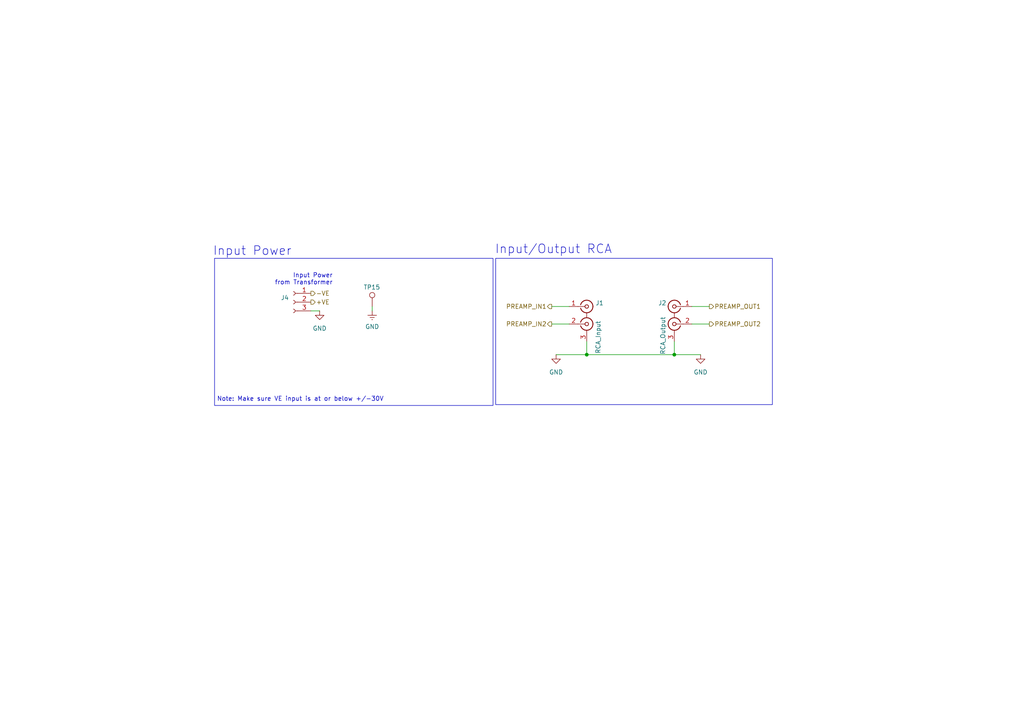
<source format=kicad_sch>
(kicad_sch
	(version 20231120)
	(generator "eeschema")
	(generator_version "8.0")
	(uuid "90c02b77-1804-4221-b0d1-8bc86c1c6f1f")
	(paper "A4")
	(title_block
		(title "Preamp Interfaces")
		(rev "v1")
		(comment 1 "Karl Strålman")
	)
	(lib_symbols
		(symbol "Connector:Conn_01x03_Socket"
			(pin_names
				(offset 1.016) hide)
			(exclude_from_sim no)
			(in_bom yes)
			(on_board yes)
			(property "Reference" "J"
				(at 0 5.08 0)
				(effects
					(font
						(size 1.27 1.27)
					)
				)
			)
			(property "Value" "Conn_01x03_Socket"
				(at 0 -5.08 0)
				(effects
					(font
						(size 1.27 1.27)
					)
				)
			)
			(property "Footprint" ""
				(at 0 0 0)
				(effects
					(font
						(size 1.27 1.27)
					)
					(hide yes)
				)
			)
			(property "Datasheet" "~"
				(at 0 0 0)
				(effects
					(font
						(size 1.27 1.27)
					)
					(hide yes)
				)
			)
			(property "Description" "Generic connector, single row, 01x03, script generated"
				(at 0 0 0)
				(effects
					(font
						(size 1.27 1.27)
					)
					(hide yes)
				)
			)
			(property "ki_locked" ""
				(at 0 0 0)
				(effects
					(font
						(size 1.27 1.27)
					)
				)
			)
			(property "ki_keywords" "connector"
				(at 0 0 0)
				(effects
					(font
						(size 1.27 1.27)
					)
					(hide yes)
				)
			)
			(property "ki_fp_filters" "Connector*:*_1x??_*"
				(at 0 0 0)
				(effects
					(font
						(size 1.27 1.27)
					)
					(hide yes)
				)
			)
			(symbol "Conn_01x03_Socket_1_1"
				(arc
					(start 0 -2.032)
					(mid -0.5058 -2.54)
					(end 0 -3.048)
					(stroke
						(width 0.1524)
						(type default)
					)
					(fill
						(type none)
					)
				)
				(polyline
					(pts
						(xy -1.27 -2.54) (xy -0.508 -2.54)
					)
					(stroke
						(width 0.1524)
						(type default)
					)
					(fill
						(type none)
					)
				)
				(polyline
					(pts
						(xy -1.27 0) (xy -0.508 0)
					)
					(stroke
						(width 0.1524)
						(type default)
					)
					(fill
						(type none)
					)
				)
				(polyline
					(pts
						(xy -1.27 2.54) (xy -0.508 2.54)
					)
					(stroke
						(width 0.1524)
						(type default)
					)
					(fill
						(type none)
					)
				)
				(arc
					(start 0 0.508)
					(mid -0.5058 0)
					(end 0 -0.508)
					(stroke
						(width 0.1524)
						(type default)
					)
					(fill
						(type none)
					)
				)
				(arc
					(start 0 3.048)
					(mid -0.5058 2.54)
					(end 0 2.032)
					(stroke
						(width 0.1524)
						(type default)
					)
					(fill
						(type none)
					)
				)
				(pin passive line
					(at -5.08 2.54 0)
					(length 3.81)
					(name "Pin_1"
						(effects
							(font
								(size 1.27 1.27)
							)
						)
					)
					(number "1"
						(effects
							(font
								(size 1.27 1.27)
							)
						)
					)
				)
				(pin passive line
					(at -5.08 0 0)
					(length 3.81)
					(name "Pin_2"
						(effects
							(font
								(size 1.27 1.27)
							)
						)
					)
					(number "2"
						(effects
							(font
								(size 1.27 1.27)
							)
						)
					)
				)
				(pin passive line
					(at -5.08 -2.54 0)
					(length 3.81)
					(name "Pin_3"
						(effects
							(font
								(size 1.27 1.27)
							)
						)
					)
					(number "3"
						(effects
							(font
								(size 1.27 1.27)
							)
						)
					)
				)
			)
		)
		(symbol "Connector:Conn_Coaxial_x2"
			(pin_names
				(offset 1.016) hide)
			(exclude_from_sim no)
			(in_bom yes)
			(on_board yes)
			(property "Reference" "J"
				(at 0 5.715 0)
				(effects
					(font
						(size 1.27 1.27)
					)
				)
			)
			(property "Value" "Conn_Coaxial_x2"
				(at 2.921 0 90)
				(effects
					(font
						(size 1.27 1.27)
					)
				)
			)
			(property "Footprint" ""
				(at 0 -2.54 0)
				(effects
					(font
						(size 1.27 1.27)
					)
					(hide yes)
				)
			)
			(property "Datasheet" "~"
				(at 0 -2.54 0)
				(effects
					(font
						(size 1.27 1.27)
					)
					(hide yes)
				)
			)
			(property "Description" "double coaxial connector (BNC, SMA, SMB, SMC, Cinch/RCA, LEMO, ...)"
				(at 0 0 0)
				(effects
					(font
						(size 1.27 1.27)
					)
					(hide yes)
				)
			)
			(property "ki_keywords" "BNC SMA SMB SMC LEMO coaxial connector CINCH RCA"
				(at 0 0 0)
				(effects
					(font
						(size 1.27 1.27)
					)
					(hide yes)
				)
			)
			(property "ki_fp_filters" "*BNC* *SMA* *SMB* *SMC* *Cinch* *LEMO*"
				(at 0 0 0)
				(effects
					(font
						(size 1.27 1.27)
					)
					(hide yes)
				)
			)
			(symbol "Conn_Coaxial_x2_0_1"
				(arc
					(start -1.778 -3.048)
					(mid 0.2311 -4.3466)
					(end 1.778 -2.54)
					(stroke
						(width 0.254)
						(type default)
					)
					(fill
						(type none)
					)
				)
				(arc
					(start -1.778 2.032)
					(mid 0.2311 0.7334)
					(end 1.778 2.54)
					(stroke
						(width 0.254)
						(type default)
					)
					(fill
						(type none)
					)
				)
				(circle
					(center 0 -2.54)
					(radius 0.508)
					(stroke
						(width 0.2032)
						(type default)
					)
					(fill
						(type none)
					)
				)
				(polyline
					(pts
						(xy -2.54 -2.54) (xy -0.508 -2.54)
					)
					(stroke
						(width 0)
						(type default)
					)
					(fill
						(type none)
					)
				)
				(polyline
					(pts
						(xy -2.54 2.54) (xy -0.508 2.54)
					)
					(stroke
						(width 0)
						(type default)
					)
					(fill
						(type none)
					)
				)
				(polyline
					(pts
						(xy 0 -5.08) (xy 0 -4.318)
					)
					(stroke
						(width 0)
						(type default)
					)
					(fill
						(type none)
					)
				)
				(polyline
					(pts
						(xy 0 0.762) (xy 0 -0.635)
					)
					(stroke
						(width 0)
						(type default)
					)
					(fill
						(type none)
					)
				)
				(circle
					(center 0 2.54)
					(radius 0.508)
					(stroke
						(width 0.2032)
						(type default)
					)
					(fill
						(type none)
					)
				)
				(arc
					(start 1.778 -2.54)
					(mid 0.2099 -0.7299)
					(end -1.778 -2.032)
					(stroke
						(width 0.254)
						(type default)
					)
					(fill
						(type none)
					)
				)
				(arc
					(start 1.778 2.54)
					(mid 0.2099 4.3501)
					(end -1.778 3.048)
					(stroke
						(width 0.254)
						(type default)
					)
					(fill
						(type none)
					)
				)
			)
			(symbol "Conn_Coaxial_x2_1_1"
				(pin passive line
					(at -5.08 2.54 0)
					(length 2.54)
					(name "IN1"
						(effects
							(font
								(size 1.27 1.27)
							)
						)
					)
					(number "1"
						(effects
							(font
								(size 1.27 1.27)
							)
						)
					)
				)
				(pin passive line
					(at -5.08 -2.54 0)
					(length 2.54)
					(name "IN2"
						(effects
							(font
								(size 1.27 1.27)
							)
						)
					)
					(number "2"
						(effects
							(font
								(size 1.27 1.27)
							)
						)
					)
				)
				(pin passive line
					(at 0 -7.62 90)
					(length 2.54)
					(name "EXT"
						(effects
							(font
								(size 1.27 1.27)
							)
						)
					)
					(number "3"
						(effects
							(font
								(size 1.27 1.27)
							)
						)
					)
				)
			)
		)
		(symbol "Connector:TestPoint"
			(pin_numbers hide)
			(pin_names
				(offset 0.762) hide)
			(exclude_from_sim no)
			(in_bom yes)
			(on_board yes)
			(property "Reference" "TP"
				(at 0 6.858 0)
				(effects
					(font
						(size 1.27 1.27)
					)
				)
			)
			(property "Value" "TestPoint"
				(at 0 5.08 0)
				(effects
					(font
						(size 1.27 1.27)
					)
				)
			)
			(property "Footprint" ""
				(at 5.08 0 0)
				(effects
					(font
						(size 1.27 1.27)
					)
					(hide yes)
				)
			)
			(property "Datasheet" "~"
				(at 5.08 0 0)
				(effects
					(font
						(size 1.27 1.27)
					)
					(hide yes)
				)
			)
			(property "Description" "test point"
				(at 0 0 0)
				(effects
					(font
						(size 1.27 1.27)
					)
					(hide yes)
				)
			)
			(property "ki_keywords" "test point tp"
				(at 0 0 0)
				(effects
					(font
						(size 1.27 1.27)
					)
					(hide yes)
				)
			)
			(property "ki_fp_filters" "Pin* Test*"
				(at 0 0 0)
				(effects
					(font
						(size 1.27 1.27)
					)
					(hide yes)
				)
			)
			(symbol "TestPoint_0_1"
				(circle
					(center 0 3.302)
					(radius 0.762)
					(stroke
						(width 0)
						(type default)
					)
					(fill
						(type none)
					)
				)
			)
			(symbol "TestPoint_1_1"
				(pin passive line
					(at 0 0 90)
					(length 2.54)
					(name "1"
						(effects
							(font
								(size 1.27 1.27)
							)
						)
					)
					(number "1"
						(effects
							(font
								(size 1.27 1.27)
							)
						)
					)
				)
			)
		)
		(symbol "power:Earth"
			(power)
			(pin_numbers hide)
			(pin_names
				(offset 0) hide)
			(exclude_from_sim no)
			(in_bom yes)
			(on_board yes)
			(property "Reference" "#PWR"
				(at 0 -6.35 0)
				(effects
					(font
						(size 1.27 1.27)
					)
					(hide yes)
				)
			)
			(property "Value" "Earth"
				(at 0 -3.81 0)
				(effects
					(font
						(size 1.27 1.27)
					)
				)
			)
			(property "Footprint" ""
				(at 0 0 0)
				(effects
					(font
						(size 1.27 1.27)
					)
					(hide yes)
				)
			)
			(property "Datasheet" "~"
				(at 0 0 0)
				(effects
					(font
						(size 1.27 1.27)
					)
					(hide yes)
				)
			)
			(property "Description" "Power symbol creates a global label with name \"Earth\""
				(at 0 0 0)
				(effects
					(font
						(size 1.27 1.27)
					)
					(hide yes)
				)
			)
			(property "ki_keywords" "global ground gnd"
				(at 0 0 0)
				(effects
					(font
						(size 1.27 1.27)
					)
					(hide yes)
				)
			)
			(symbol "Earth_0_1"
				(polyline
					(pts
						(xy -0.635 -1.905) (xy 0.635 -1.905)
					)
					(stroke
						(width 0)
						(type default)
					)
					(fill
						(type none)
					)
				)
				(polyline
					(pts
						(xy -0.127 -2.54) (xy 0.127 -2.54)
					)
					(stroke
						(width 0)
						(type default)
					)
					(fill
						(type none)
					)
				)
				(polyline
					(pts
						(xy 0 -1.27) (xy 0 0)
					)
					(stroke
						(width 0)
						(type default)
					)
					(fill
						(type none)
					)
				)
				(polyline
					(pts
						(xy 1.27 -1.27) (xy -1.27 -1.27)
					)
					(stroke
						(width 0)
						(type default)
					)
					(fill
						(type none)
					)
				)
			)
			(symbol "Earth_1_1"
				(pin power_in line
					(at 0 0 270)
					(length 0)
					(name "~"
						(effects
							(font
								(size 1.27 1.27)
							)
						)
					)
					(number "1"
						(effects
							(font
								(size 1.27 1.27)
							)
						)
					)
				)
			)
		)
		(symbol "power:GND"
			(power)
			(pin_numbers hide)
			(pin_names
				(offset 0) hide)
			(exclude_from_sim no)
			(in_bom yes)
			(on_board yes)
			(property "Reference" "#PWR"
				(at 0 -6.35 0)
				(effects
					(font
						(size 1.27 1.27)
					)
					(hide yes)
				)
			)
			(property "Value" "GND"
				(at 0 -3.81 0)
				(effects
					(font
						(size 1.27 1.27)
					)
				)
			)
			(property "Footprint" ""
				(at 0 0 0)
				(effects
					(font
						(size 1.27 1.27)
					)
					(hide yes)
				)
			)
			(property "Datasheet" ""
				(at 0 0 0)
				(effects
					(font
						(size 1.27 1.27)
					)
					(hide yes)
				)
			)
			(property "Description" "Power symbol creates a global label with name \"GND\" , ground"
				(at 0 0 0)
				(effects
					(font
						(size 1.27 1.27)
					)
					(hide yes)
				)
			)
			(property "ki_keywords" "global power"
				(at 0 0 0)
				(effects
					(font
						(size 1.27 1.27)
					)
					(hide yes)
				)
			)
			(symbol "GND_0_1"
				(polyline
					(pts
						(xy 0 0) (xy 0 -1.27) (xy 1.27 -1.27) (xy 0 -2.54) (xy -1.27 -1.27) (xy 0 -1.27)
					)
					(stroke
						(width 0)
						(type default)
					)
					(fill
						(type none)
					)
				)
			)
			(symbol "GND_1_1"
				(pin power_in line
					(at 0 0 270)
					(length 0)
					(name "~"
						(effects
							(font
								(size 1.27 1.27)
							)
						)
					)
					(number "1"
						(effects
							(font
								(size 1.27 1.27)
							)
						)
					)
				)
			)
		)
	)
	(junction
		(at 195.58 102.87)
		(diameter 0)
		(color 0 0 0 0)
		(uuid "06e9d509-7ef9-463c-9f06-4eac6535d6a7")
	)
	(junction
		(at 170.18 102.87)
		(diameter 0)
		(color 0 0 0 0)
		(uuid "b83b0dd6-c04f-49c1-b7c2-2599970ab00f")
	)
	(wire
		(pts
			(xy 161.29 102.87) (xy 170.18 102.87)
		)
		(stroke
			(width 0)
			(type default)
		)
		(uuid "20c06340-e8d3-4f9e-9a67-c2f3f62d3b3a")
	)
	(wire
		(pts
			(xy 200.66 93.98) (xy 205.74 93.98)
		)
		(stroke
			(width 0)
			(type default)
		)
		(uuid "2ad8ee69-c760-460c-bb4a-76c1967c4c55")
	)
	(wire
		(pts
			(xy 90.17 90.17) (xy 92.71 90.17)
		)
		(stroke
			(width 0)
			(type default)
		)
		(uuid "644799d0-353e-446c-869b-9f1c2410bc96")
	)
	(wire
		(pts
			(xy 195.58 102.87) (xy 203.2 102.87)
		)
		(stroke
			(width 0)
			(type default)
		)
		(uuid "8c139509-4cf3-4710-840d-98ba754a10ae")
	)
	(wire
		(pts
			(xy 160.02 93.98) (xy 165.1 93.98)
		)
		(stroke
			(width 0)
			(type default)
		)
		(uuid "9c7d860d-57c1-468b-9c36-85059db7d64d")
	)
	(wire
		(pts
			(xy 170.18 99.06) (xy 170.18 102.87)
		)
		(stroke
			(width 0)
			(type default)
		)
		(uuid "ad707272-3525-49bf-b645-f699e87d41d1")
	)
	(wire
		(pts
			(xy 195.58 102.87) (xy 195.58 99.06)
		)
		(stroke
			(width 0)
			(type default)
		)
		(uuid "c12d044b-62b0-490e-b90b-58d197e91e7b")
	)
	(wire
		(pts
			(xy 107.95 88.9) (xy 107.95 90.17)
		)
		(stroke
			(width 0)
			(type default)
		)
		(uuid "d82094ab-b646-4865-be04-b81cb590e12a")
	)
	(wire
		(pts
			(xy 170.18 102.87) (xy 195.58 102.87)
		)
		(stroke
			(width 0)
			(type default)
		)
		(uuid "f542df5a-67be-4981-84c5-0bf9f00e2729")
	)
	(wire
		(pts
			(xy 200.66 88.9) (xy 205.74 88.9)
		)
		(stroke
			(width 0)
			(type default)
		)
		(uuid "f61c767e-364a-4061-b153-62209b8072fa")
	)
	(wire
		(pts
			(xy 160.02 88.9) (xy 165.1 88.9)
		)
		(stroke
			(width 0)
			(type default)
		)
		(uuid "fcc0ad0c-ed9a-45cc-8e8e-55731c51dc7c")
	)
	(rectangle
		(start 62.23 74.93)
		(end 143.002 117.602)
		(stroke
			(width 0)
			(type default)
		)
		(fill
			(type none)
		)
		(uuid 33b7903a-2760-4d2c-b6d4-dc356c7be9b4)
	)
	(rectangle
		(start 143.764 74.93)
		(end 224.028 117.348)
		(stroke
			(width 0)
			(type default)
		)
		(fill
			(type none)
		)
		(uuid 7d179568-402e-4b4d-935b-4dc093f8f15b)
	)
	(text "Input Power"
		(exclude_from_sim no)
		(at 61.722 72.898 0)
		(effects
			(font
				(size 2.54 2.54)
			)
			(justify left)
		)
		(uuid "66e112f2-ba95-4069-9581-084f4c9fbd6d")
	)
	(text "Input Power\nfrom Transformer"
		(exclude_from_sim no)
		(at 96.52 81.026 0)
		(effects
			(font
				(size 1.27 1.27)
			)
			(justify right)
		)
		(uuid "7a04b8ac-f832-4936-90f4-461d6adafa81")
	)
	(text "Note: Make sure VE input is at or below +/-30V"
		(exclude_from_sim no)
		(at 87.122 115.824 0)
		(effects
			(font
				(size 1.27 1.27)
			)
		)
		(uuid "dee87c69-9377-4fe6-b115-a8828577ef61")
	)
	(text "Input/Output RCA"
		(exclude_from_sim no)
		(at 143.51 72.39 0)
		(effects
			(font
				(size 2.54 2.54)
			)
			(justify left)
		)
		(uuid "eb723269-e1bb-4512-92cc-9683aba38dc9")
	)
	(hierarchical_label "PREAMP_OUT1"
		(shape output)
		(at 205.74 88.9 0)
		(fields_autoplaced yes)
		(effects
			(font
				(size 1.27 1.27)
			)
			(justify left)
		)
		(uuid "26258663-995f-460e-9863-74a42e767bb9")
	)
	(hierarchical_label "PREAMP_OUT2"
		(shape output)
		(at 205.74 93.98 0)
		(fields_autoplaced yes)
		(effects
			(font
				(size 1.27 1.27)
			)
			(justify left)
		)
		(uuid "5554593a-213e-4fa6-be3e-0253a286a113")
	)
	(hierarchical_label "PREAMP_IN1"
		(shape output)
		(at 160.02 88.9 180)
		(fields_autoplaced yes)
		(effects
			(font
				(size 1.27 1.27)
			)
			(justify right)
		)
		(uuid "6576d75f-fc2c-4d4e-81d6-4e234b23e65e")
	)
	(hierarchical_label "+VE"
		(shape output)
		(at 90.17 87.63 0)
		(fields_autoplaced yes)
		(effects
			(font
				(size 1.27 1.27)
			)
			(justify left)
		)
		(uuid "66235aa0-946c-4691-9e51-af4a08507f59")
	)
	(hierarchical_label "-VE"
		(shape output)
		(at 90.17 85.09 0)
		(fields_autoplaced yes)
		(effects
			(font
				(size 1.27 1.27)
			)
			(justify left)
		)
		(uuid "c7ccd2b0-d815-4c9d-89fc-dc2c1f6c0ea7")
	)
	(hierarchical_label "PREAMP_IN2"
		(shape output)
		(at 160.02 93.98 180)
		(fields_autoplaced yes)
		(effects
			(font
				(size 1.27 1.27)
			)
			(justify right)
		)
		(uuid "e243f869-eec3-4431-b730-152f6a1260ab")
	)
	(symbol
		(lib_id "power:GND")
		(at 161.29 102.87 0)
		(unit 1)
		(exclude_from_sim no)
		(in_bom yes)
		(on_board yes)
		(dnp no)
		(fields_autoplaced yes)
		(uuid "21845e04-0c1e-46d2-903b-7b4a891241dd")
		(property "Reference" "#PWR010"
			(at 161.29 109.22 0)
			(effects
				(font
					(size 1.27 1.27)
				)
				(hide yes)
			)
		)
		(property "Value" "GND"
			(at 161.29 107.95 0)
			(effects
				(font
					(size 1.27 1.27)
				)
			)
		)
		(property "Footprint" ""
			(at 161.29 102.87 0)
			(effects
				(font
					(size 1.27 1.27)
				)
				(hide yes)
			)
		)
		(property "Datasheet" ""
			(at 161.29 102.87 0)
			(effects
				(font
					(size 1.27 1.27)
				)
				(hide yes)
			)
		)
		(property "Description" "Power symbol creates a global label with name \"GND\" , ground"
			(at 161.29 102.87 0)
			(effects
				(font
					(size 1.27 1.27)
				)
				(hide yes)
			)
		)
		(pin "1"
			(uuid "64567cdf-9523-461d-9560-30947f5c32c4")
		)
		(instances
			(project "riaa_preamp"
				(path "/752fb79e-9761-444d-aeb7-c2757f987636/b15bc078-4676-4a6d-a38b-51a732ab2409"
					(reference "#PWR010")
					(unit 1)
				)
			)
		)
	)
	(symbol
		(lib_id "Connector:Conn_Coaxial_x2")
		(at 170.18 91.44 0)
		(unit 1)
		(exclude_from_sim no)
		(in_bom yes)
		(on_board yes)
		(dnp no)
		(uuid "46429460-5c6b-486b-9865-4f213e7391ab")
		(property "Reference" "J1"
			(at 172.72 87.884 0)
			(effects
				(font
					(size 1.27 1.27)
				)
				(justify left)
			)
		)
		(property "Value" "RCA_Input"
			(at 173.482 102.616 90)
			(effects
				(font
					(size 1.27 1.27)
				)
				(justify left)
			)
		)
		(property "Footprint" "Connector_RCA:RCJ-01_Stereo"
			(at 170.18 93.98 0)
			(effects
				(font
					(size 1.27 1.27)
				)
				(hide yes)
			)
		)
		(property "Datasheet" "~"
			(at 170.18 93.98 0)
			(effects
				(font
					(size 1.27 1.27)
				)
				(hide yes)
			)
		)
		(property "Description" "double coaxial connector (BNC, SMA, SMB, SMC, Cinch/RCA, LEMO, ...)"
			(at 170.18 91.44 0)
			(effects
				(font
					(size 1.27 1.27)
				)
				(hide yes)
			)
		)
		(pin "2"
			(uuid "0478c4b9-33db-4184-af7d-1e22cc34c06b")
		)
		(pin "3"
			(uuid "dc7c90cf-94ee-4fc5-b94b-f749ae560428")
		)
		(pin "1"
			(uuid "59d0e0d1-0a61-4056-b04e-5ef327e72734")
		)
		(instances
			(project ""
				(path "/752fb79e-9761-444d-aeb7-c2757f987636/b15bc078-4676-4a6d-a38b-51a732ab2409"
					(reference "J1")
					(unit 1)
				)
			)
		)
	)
	(symbol
		(lib_id "Connector:Conn_Coaxial_x2")
		(at 195.58 91.44 0)
		(mirror y)
		(unit 1)
		(exclude_from_sim no)
		(in_bom yes)
		(on_board yes)
		(dnp no)
		(uuid "5d3c1c57-6f01-4631-8815-6fe1fea63bac")
		(property "Reference" "J2"
			(at 193.294 87.884 0)
			(effects
				(font
					(size 1.27 1.27)
				)
				(justify left)
			)
		)
		(property "Value" "RCA_Output"
			(at 192.278 102.87 90)
			(effects
				(font
					(size 1.27 1.27)
				)
				(justify left)
			)
		)
		(property "Footprint" "Connector_RCA:RCJ-01_Stereo"
			(at 195.58 93.98 0)
			(effects
				(font
					(size 1.27 1.27)
				)
				(hide yes)
			)
		)
		(property "Datasheet" "~"
			(at 195.58 93.98 0)
			(effects
				(font
					(size 1.27 1.27)
				)
				(hide yes)
			)
		)
		(property "Description" "double coaxial connector (BNC, SMA, SMB, SMC, Cinch/RCA, LEMO, ...)"
			(at 195.58 91.44 0)
			(effects
				(font
					(size 1.27 1.27)
				)
				(hide yes)
			)
		)
		(pin "2"
			(uuid "f82406d0-abb9-40af-b2cb-df347db7e4d2")
		)
		(pin "3"
			(uuid "144364e9-2943-4795-8feb-d274aa332b66")
		)
		(pin "1"
			(uuid "c43089cb-dd69-4bf0-b7ce-210199b33a6b")
		)
		(instances
			(project "riaa_preamp"
				(path "/752fb79e-9761-444d-aeb7-c2757f987636/b15bc078-4676-4a6d-a38b-51a732ab2409"
					(reference "J2")
					(unit 1)
				)
			)
		)
	)
	(symbol
		(lib_id "Connector:TestPoint")
		(at 107.95 88.9 0)
		(unit 1)
		(exclude_from_sim yes)
		(in_bom no)
		(on_board yes)
		(dnp no)
		(uuid "5f6fc832-9f5c-4ff0-92ea-7b8b05b36275")
		(property "Reference" "TP15"
			(at 105.41 83.312 0)
			(effects
				(font
					(size 1.27 1.27)
				)
				(justify left)
			)
		)
		(property "Value" "TestPoint"
			(at 110.49 86.8679 0)
			(effects
				(font
					(size 1.27 1.27)
				)
				(justify left)
				(hide yes)
			)
		)
		(property "Footprint" "TestPoint:TestPoint_THTPad_1.0x1.0mm_Drill0.5mm"
			(at 113.03 88.9 0)
			(effects
				(font
					(size 1.27 1.27)
				)
				(hide yes)
			)
		)
		(property "Datasheet" "~"
			(at 113.03 88.9 0)
			(effects
				(font
					(size 1.27 1.27)
				)
				(hide yes)
			)
		)
		(property "Description" "test point"
			(at 107.95 88.9 0)
			(effects
				(font
					(size 1.27 1.27)
				)
				(hide yes)
			)
		)
		(property "Manufacturer Part Number 1" ""
			(at 107.95 88.9 0)
			(effects
				(font
					(size 1.27 1.27)
				)
				(hide yes)
			)
		)
		(property "Manufacturer 1" ""
			(at 107.95 88.9 0)
			(effects
				(font
					(size 1.27 1.27)
				)
				(hide yes)
			)
		)
		(property "JLC" ""
			(at 107.95 88.9 0)
			(effects
				(font
					(size 1.27 1.27)
				)
				(hide yes)
			)
		)
		(pin "1"
			(uuid "2113ea8b-ac5a-4ed0-bb2e-7218adf84eb6")
		)
		(instances
			(project "riaa_preamp"
				(path "/752fb79e-9761-444d-aeb7-c2757f987636/b15bc078-4676-4a6d-a38b-51a732ab2409"
					(reference "TP15")
					(unit 1)
				)
			)
		)
	)
	(symbol
		(lib_id "Connector:Conn_01x03_Socket")
		(at 85.09 87.63 0)
		(mirror y)
		(unit 1)
		(exclude_from_sim no)
		(in_bom yes)
		(on_board yes)
		(dnp no)
		(uuid "79d122ac-fe25-4a70-9f98-8ee658fc08ca")
		(property "Reference" "J4"
			(at 83.82 86.3599 0)
			(effects
				(font
					(size 1.27 1.27)
				)
				(justify left)
			)
		)
		(property "Value" "Conn_01x03_Socket"
			(at 83.82 88.8999 0)
			(effects
				(font
					(size 1.27 1.27)
				)
				(justify left)
				(hide yes)
			)
		)
		(property "Footprint" "Connector_JST:JST_EH_B3B-EH-A_1x03_P2.50mm_Vertical"
			(at 85.09 87.63 0)
			(effects
				(font
					(size 1.27 1.27)
				)
				(hide yes)
			)
		)
		(property "Datasheet" "~"
			(at 85.09 87.63 0)
			(effects
				(font
					(size 1.27 1.27)
				)
				(hide yes)
			)
		)
		(property "Description" "Generic connector, single row, 01x03, script generated"
			(at 85.09 87.63 0)
			(effects
				(font
					(size 1.27 1.27)
				)
				(hide yes)
			)
		)
		(pin "2"
			(uuid "d14a7413-5e77-4db1-a5e2-74b605c71eb0")
		)
		(pin "1"
			(uuid "786889ae-9c13-4edc-ab67-fd93bdcde766")
		)
		(pin "3"
			(uuid "889e6226-69cb-41e9-acec-c7a38613816d")
		)
		(instances
			(project ""
				(path "/752fb79e-9761-444d-aeb7-c2757f987636/b15bc078-4676-4a6d-a38b-51a732ab2409"
					(reference "J4")
					(unit 1)
				)
			)
		)
	)
	(symbol
		(lib_id "power:Earth")
		(at 107.95 90.17 0)
		(unit 1)
		(exclude_from_sim no)
		(in_bom yes)
		(on_board yes)
		(dnp no)
		(uuid "88ccd6b1-937e-4493-9da1-d7711cb26a03")
		(property "Reference" "#PWR07"
			(at 107.95 96.52 0)
			(effects
				(font
					(size 1.27 1.27)
				)
				(hide yes)
			)
		)
		(property "Value" "GND"
			(at 107.95 94.742 0)
			(effects
				(font
					(size 1.27 1.27)
				)
			)
		)
		(property "Footprint" ""
			(at 107.95 90.17 0)
			(effects
				(font
					(size 1.27 1.27)
				)
				(hide yes)
			)
		)
		(property "Datasheet" "~"
			(at 107.95 90.17 0)
			(effects
				(font
					(size 1.27 1.27)
				)
				(hide yes)
			)
		)
		(property "Description" "Power symbol creates a global label with name \"Earth\""
			(at 107.95 90.17 0)
			(effects
				(font
					(size 1.27 1.27)
				)
				(hide yes)
			)
		)
		(pin "1"
			(uuid "3f68ed79-7ed0-4cbe-8546-2cdb88679ff3")
		)
		(instances
			(project "riaa_preamp"
				(path "/752fb79e-9761-444d-aeb7-c2757f987636/b15bc078-4676-4a6d-a38b-51a732ab2409"
					(reference "#PWR07")
					(unit 1)
				)
			)
		)
	)
	(symbol
		(lib_id "power:GND")
		(at 92.71 90.17 0)
		(unit 1)
		(exclude_from_sim no)
		(in_bom yes)
		(on_board yes)
		(dnp no)
		(fields_autoplaced yes)
		(uuid "9bfe683e-6c58-4ab3-830d-5d61450a9158")
		(property "Reference" "#PWR08"
			(at 92.71 96.52 0)
			(effects
				(font
					(size 1.27 1.27)
				)
				(hide yes)
			)
		)
		(property "Value" "GND"
			(at 92.71 95.25 0)
			(effects
				(font
					(size 1.27 1.27)
				)
			)
		)
		(property "Footprint" ""
			(at 92.71 90.17 0)
			(effects
				(font
					(size 1.27 1.27)
				)
				(hide yes)
			)
		)
		(property "Datasheet" ""
			(at 92.71 90.17 0)
			(effects
				(font
					(size 1.27 1.27)
				)
				(hide yes)
			)
		)
		(property "Description" "Power symbol creates a global label with name \"GND\" , ground"
			(at 92.71 90.17 0)
			(effects
				(font
					(size 1.27 1.27)
				)
				(hide yes)
			)
		)
		(pin "1"
			(uuid "a4dd466f-d185-433a-8b16-d9ca7195fd75")
		)
		(instances
			(project "riaa_preamp"
				(path "/752fb79e-9761-444d-aeb7-c2757f987636/b15bc078-4676-4a6d-a38b-51a732ab2409"
					(reference "#PWR08")
					(unit 1)
				)
			)
		)
	)
	(symbol
		(lib_id "power:GND")
		(at 203.2 102.87 0)
		(unit 1)
		(exclude_from_sim no)
		(in_bom yes)
		(on_board yes)
		(dnp no)
		(fields_autoplaced yes)
		(uuid "dee86554-c295-4aa1-ac08-3b3318c3ad90")
		(property "Reference" "#PWR011"
			(at 203.2 109.22 0)
			(effects
				(font
					(size 1.27 1.27)
				)
				(hide yes)
			)
		)
		(property "Value" "GND"
			(at 203.2 107.95 0)
			(effects
				(font
					(size 1.27 1.27)
				)
			)
		)
		(property "Footprint" ""
			(at 203.2 102.87 0)
			(effects
				(font
					(size 1.27 1.27)
				)
				(hide yes)
			)
		)
		(property "Datasheet" ""
			(at 203.2 102.87 0)
			(effects
				(font
					(size 1.27 1.27)
				)
				(hide yes)
			)
		)
		(property "Description" "Power symbol creates a global label with name \"GND\" , ground"
			(at 203.2 102.87 0)
			(effects
				(font
					(size 1.27 1.27)
				)
				(hide yes)
			)
		)
		(pin "1"
			(uuid "4ca81ec8-1998-49d2-9e45-61239804878d")
		)
		(instances
			(project "riaa_preamp"
				(path "/752fb79e-9761-444d-aeb7-c2757f987636/b15bc078-4676-4a6d-a38b-51a732ab2409"
					(reference "#PWR011")
					(unit 1)
				)
			)
		)
	)
)

</source>
